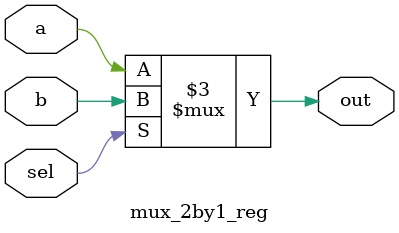
<source format=v>
module mux_2by1_reg(
    input a, input b, input sel, output out
);

reg out;

// 아래 코드는 algorithmic description 라고 한다.
// sensitive 와 살짝 다르다. 코드와 닮게 조금 sequiential 하다.
// 그래서 always 구문을 써서 sensitive하게 만들어준다.
// * : 모든 wire를 알아서 찾아놓음.
always @ (*)
    if (sel)
        out <= b;
    else
        out <= a;


endmodule
</source>
